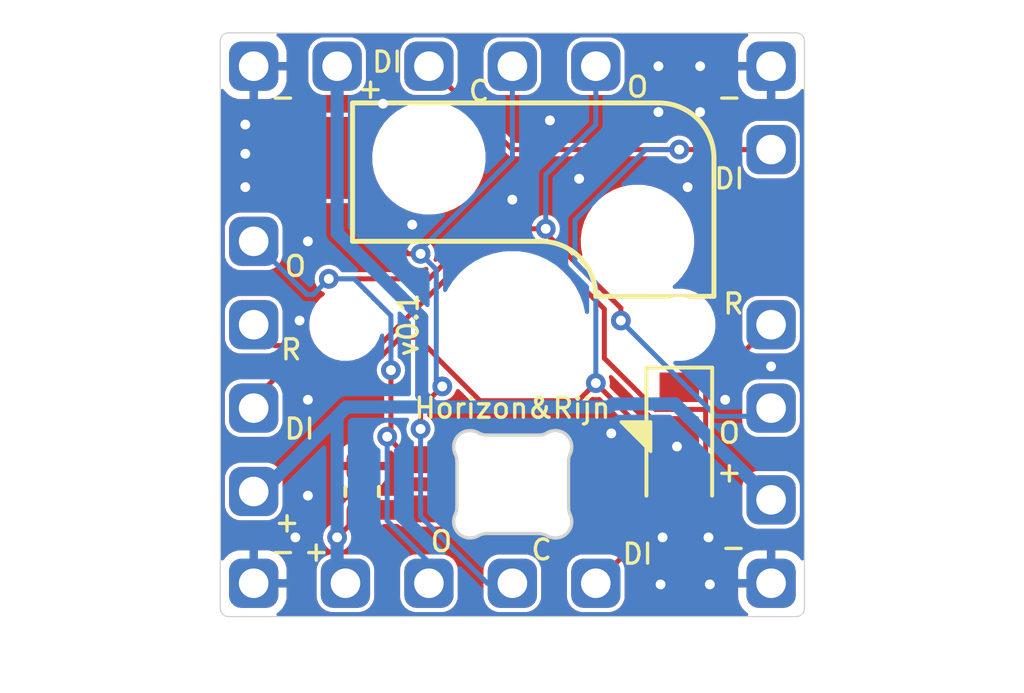
<source format=kicad_pcb>
(kicad_pcb (version 20211014) (generator pcbnew)
  (title_block (rev "1"))
  (layers (0 "F.Cu" signal "Front") (1 "In1.Cu" signal) (2 "In2.Cu" signal) (31 "B.Cu" signal "Back") (34 "B.Paste" user) (35 "F.Paste" user) (36 "B.SilkS" user "B.Silkscreen") (37 "F.SilkS" user "F.Silkscreen") (38 "B.Mask" user) (39 "F.Mask" user) (44 "Edge.Cuts" user))
  (net 0 "")
  (net 1 "VDD")
  (net 2 "VSS")
  (net 3 "Net-(D1-Pad1)")
  (net 4 "ROW")
  (net 5 "DOUT")
  (net 6 "DIN")
  (net 7 "COL")
  (footprint "Diode_SMD:D_SOD-123" (layer "F.Cu") (at 116.97 119.446 -90)
    (fp_text reference "D1")
    (fp_text value "1N4148")
    (fp_line (start -2.25 1) (end 1.65 1) (layer "F.SilkS") (width 0.12))
    (fp_line (start -2.25 -1) (end -2.25 1) (layer "F.SilkS") (width 0.12))
    (fp_line (start -2.25 -1) (end 1.65 -1) (layer "F.SilkS") (width 0.12))
    (pad "1" smd rect (at -1.65 0 270) (size 0.9 1.2) (layers "F.Cu" "F.Paste" "F.Mask") (net 3 "Net-(D1-Pad1)"))
    (pad "2" smd rect (at 1.65 0 270) (size 0.9 1.2) (layers "F.Cu" "F.Paste" "F.Mask") (net 4 "ROW"))
  )
  (footprint "modules:PinSocket_1x01_P2.00mm_Vertical" (layer "F.Cu") (at 106.81 123.764)
    (fp_text reference "J13")
    (fp_text value "Conn_01x01_Female")
    (pad "1" thru_hole roundrect (at 0 0) (size 1.5 1.5) (drill 0.9) (layers *.Cu *.Mask) (net 1 "VDD"))
  )
  (footprint "modules:PinSocket_1x01_P2.00mm_Vertical" (layer "F.Cu") (at 119.764 121.224)
    (fp_text reference "J14")
    (fp_text value "Conn_01x01_Female")
    (pad "1" thru_hole roundrect (at 0 0) (size 1.5 1.5) (drill 0.9) (layers *.Cu *.Mask) (net 1 "VDD"))
  )
  (footprint "modules:PinSocket_1x01_P2.00mm_Vertical" (layer "F.Cu") (at 104.016 120.97)
    (fp_text reference "J15")
    (fp_text value "Conn_01x01_Female")
    (pad "1" thru_hole roundrect (at 0 0) (size 1.5 1.5) (drill 0.9) (layers *.Cu *.Mask) (net 1 "VDD"))
  )
  (footprint "modules:PinSocket_1x01_P2.00mm_Vertical" (layer "F.Cu") (at 114.43 108.016)
    (fp_text reference "J10")
    (fp_text value "Conn_01x01_Female")
    (pad "1" thru_hole roundrect (at 0 0) (size 1.5 1.5) (drill 0.9) (layers *.Cu *.Mask) (net 5 "DOUT"))
  )
  (footprint "modules:PinSocket_1x01_P2.00mm_Vertical" (layer "F.Cu") (at 119.764 123.764)
    (fp_text reference "J20")
    (fp_text value "Conn_01x01_Female")
    (pad "1" thru_hole roundrect (at 0 0) (size 1.5 1.5) (drill 0.9) (layers *.Cu *.Mask) (net 2 "VSS"))
  )
  (footprint "modules:PinSocket_1x01_P2.00mm_Vertical" (layer "F.Cu") (at 119.764 108.016)
    (fp_text reference "J17")
    (fp_text value "Conn_01x01_Female")
    (pad "1" thru_hole roundrect (at 0 0) (size 1.5 1.5) (drill 0.9) (layers *.Cu *.Mask) (net 2 "VSS"))
  )
  (footprint "modules:PinSocket_1x01_P2.00mm_Vertical" (layer "F.Cu") (at 104.016 123.764)
    (fp_text reference "J19")
    (fp_text value "Conn_01x01_Female")
    (pad "1" thru_hole roundrect (at 0 0) (size 1.5 1.5) (drill 0.9) (layers *.Cu *.Mask) (net 2 "VSS"))
  )
  (footprint "modules:PinSocket_1x01_P2.00mm_Vertical" (layer "F.Cu") (at 109.35 108.016)
    (fp_text reference "J3")
    (fp_text value "Conn_01x01_Female")
    (pad "1" thru_hole roundrect (at 0 0) (size 1.5 1.5) (drill 0.9) (layers *.Cu *.Mask) (net 6 "DIN"))
  )
  (footprint "modules:Kailh_MX_Socket" (layer "F.Cu") (at 111.889997 115.889989)
    (fp_text reference "SW1" hide)
    (fp_text value "CPG151101S11" hide)
    (fp_line (start 0.865 -2.54) (end -4.865 -2.54) (layer "F.SilkS") (width 0.15))
    (fp_line (start -4.865 -6.75) (end -4.865 -2.54) (layer "F.SilkS") (width 0.15))
    (fp_line (start 6.135 -5.08) (end 6.135 -0.865) (layer "F.SilkS") (width 0.15))
    (fp_line (start 6.135 -0.865) (end 2.54 -0.865) (layer "F.SilkS") (width 0.15))
    (fp_line (start 4.46 -6.755) (end -4.865 -6.755) (layer "F.SilkS") (width 0.15))
    (fp_arc (start 0.865 -2.54) (mid 2.049404 -2.049404) (end 2.54 -0.865) (layer "F.SilkS") (width 0.15))
    (fp_arc (start 4.46 -6.755) (mid 5.644404 -6.264404) (end 6.135 -5.08) (layer "F.SilkS") (width 0.15))
    (pad "" np_thru_hole circle (at 0 0) (size 3.98018 3.98018) (drill 3.98018) (layers *.Cu *.Mask))
    (pad "" np_thru_hole circle (at 3.81 -2.54) (size 2.95 2.95) (drill 2.95) (layers *.Cu *.Mask))
    (pad "" np_thru_hole circle (at -2.54 -5.08) (size 2.95 2.95) (drill 2.95) (layers *.Cu *.Mask))
    (pad "" np_thru_hole circle (at 5.08 0) (size 1.7 1.7) (drill 1.7) (layers *.Cu *.Mask))
    (pad "" np_thru_hole circle (at -5.08 0) (size 1.7 1.7) (drill 1.7) (layers *.Cu *.Mask))
    (pad "1" smd rect (at 7.36 -2.54) (size 2.55 2.5) (layers "F.Cu" "F.Paste" "F.Mask") (net 3 "Net-(D1-Pad1)"))
    (pad "2" smd rect (at -6.09 -5.08) (size 2.55 2.5) (layers "F.Cu" "F.Paste" "F.Mask") (net 7 "COL"))
  )
  (footprint "Capacitor_SMD:C_0603_1608Metric" (layer "F.Cu") (at 107.318 120.97 90)
    (fp_text reference "C1")
    (fp_text value "0.1u")
    (fp_line (start -0.14058 0.51) (end 0.14058 0.51) (layer "F.SilkS") (width 0.12))
    (fp_line (start -0.14058 -0.51) (end 0.14058 -0.51) (layer "F.SilkS") (width 0.12))
    (pad "1" smd roundrect (at -0.775 0 90) (size 0.9 0.95) (layers "F.Cu" "F.Paste" "F.Mask") (net 1 "VDD"))
    (pad "2" smd roundrect (at 0.775 0 90) (size 0.9 0.95) (layers "F.Cu" "F.Paste" "F.Mask") (net 2 "VSS"))
  )
  (footprint "modules:PinSocket_1x01_P2.00mm_Vertical" (layer "F.Cu") (at 104.016 113.35)
    (fp_text reference "J12")
    (fp_text value "Conn_01x01_Female")
    (pad "1" thru_hole roundrect (at 0 0) (size 1.5 1.5) (drill 0.9) (layers *.Cu *.Mask) (net 5 "DOUT"))
  )
  (footprint "modules:PinSocket_1x01_P2.00mm_Vertical" (layer "F.Cu") (at 106.556 108.016)
    (fp_text reference "J16")
    (fp_text value "Conn_01x01_Female")
    (pad "1" thru_hole roundrect (at 0 0) (size 1.5 1.5) (drill 0.9) (layers *.Cu *.Mask) (net 1 "VDD"))
  )
  (footprint "modules:PinSocket_1x01_P2.00mm_Vertical" (layer "F.Cu") (at 104.016 108.016)
    (fp_text reference "J18")
    (fp_text value "Conn_01x01_Female")
    (pad "1" thru_hole roundrect (at 0 0) (size 1.5 1.5) (drill 0.9) (layers *.Cu *.Mask) (net 2 "VSS"))
  )
  (footprint "modules:PinSocket_1x01_P2.00mm_Vertical" (layer "F.Cu") (at 119.764 118.43)
    (fp_text reference "J11")
    (fp_text value "Conn_01x01_Female")
    (pad "1" thru_hole roundrect (at 0 0) (size 1.5 1.5) (drill 0.9) (layers *.Cu *.Mask) (net 5 "DOUT"))
  )
  (footprint "modules:PinSocket_1x01_P2.00mm_Vertical" (layer "F.Cu") (at 119.764 115.89)
    (fp_text reference "J8")
    (fp_text value "Conn_01x01_Female")
    (pad "1" thru_hole roundrect (at 0 0) (size 1.5 1.5) (drill 0.9) (layers *.Cu *.Mask) (net 4 "ROW"))
  )
  (footprint "modules:PinSocket_1x01_P2.00mm_Vertical" (layer "F.Cu") (at 104.016 115.89)
    (fp_text reference "J7")
    (fp_text value "Conn_01x01_Female")
    (pad "1" thru_hole roundrect (at 0 0) (size 1.5 1.5) (drill 0.9) (layers *.Cu *.Mask) (net 4 "ROW"))
  )
  (footprint "modules:PinSocket_1x01_P2.00mm_Vertical" (layer "F.Cu") (at 109.35 123.764)
    (fp_text reference "J9")
    (fp_text value "Conn_01x01_Female")
    (pad "1" thru_hole roundrect (at 0 0) (size 1.5 1.5) (drill 0.9) (layers *.Cu *.Mask) (net 5 "DOUT"))
  )
  (footprint "modules:PinSocket_1x01_P2.00mm_Vertical" (layer "F.Cu") (at 111.89 108.016)
    (fp_text reference "J1")
    (fp_text value "Conn_01x01_Female")
    (pad "1" thru_hole roundrect (at 0 0) (size 1.5 1.5) (drill 0.9) (layers *.Cu *.Mask) (net 7 "COL"))
  )
  (footprint "modules:PinSocket_1x01_P2.00mm_Vertical" (layer "F.Cu") (at 114.43 123.764)
    (fp_text reference "J4")
    (fp_text value "Conn_01x01_Female")
    (pad "1" thru_hole roundrect (at 0 0) (size 1.5 1.5) (drill 0.9) (layers *.Cu *.Mask) (net 6 "DIN"))
  )
  (footprint "modules:PinSocket_1x01_P2.00mm_Vertical" (layer "F.Cu") (at 119.764 110.556)
    (fp_text reference "J6")
    (fp_text value "Conn_01x01_Female")
    (pad "1" thru_hole roundrect (at 0 0) (size 1.5 1.5) (drill 0.9) (layers *.Cu *.Mask) (net 6 "DIN"))
  )
  (footprint "modules:PinSocket_1x01_P2.00mm_Vertical" (layer "F.Cu") (at 111.89 123.764)
    (fp_text reference "J2")
    (fp_text value "Conn_01x01_Female")
    (pad "1" thru_hole roundrect (at 0 0) (size 1.5 1.5) (drill 0.9) (layers *.Cu *.Mask) (net 7 "COL"))
  )
  (footprint "modules:PinSocket_1x01_P2.00mm_Vertical" (layer "F.Cu") (at 104.016 118.43)
    (fp_text reference "J5")
    (fp_text value "Conn_01x01_Female")
    (pad "1" thru_hole roundrect (at 0 0) (size 1.5 1.5) (drill 0.9) (layers *.Cu *.Mask) (net 6 "DIN"))
  )
  (footprint "modules:MX_SK6812MINI-E_REV" (layer "B.Cu") (at 111.9 115.67 180)
    (fp_text reference "D2" hide)
    (fp_text value "SK6812MINI-E")
    (fp_poly (pts (xy -4.2 -4.08) (xy -3.3 -3.18) (xy -4.2 -3.18)) (layer "F.SilkS") (width 0.1) (fill solid))
    (fp_line (start -1.699999 -5.782842) (end -1.699999 -4.377158) (layer "Edge.Cuts") (width 0.1))
    (fp_line (start -0.794452 -3.58) (end 0.794452 -3.58) (layer "Edge.Cuts") (width 0.1))
    (fp_line (start 0.794452 -6.579999) (end -0.794453 -6.579999) (layer "Edge.Cuts") (width 0.1))
    (fp_line (start 1.699999 -4.377158) (end 1.699999 -5.782842) (layer "Edge.Cuts") (width 0.1))
    (fp_arc (start 1.749484 -4.16028) (mid 1.638072 -3.575963) (end 1.046711 -3.511703) (layer "Edge.Cuts") (width 0.1))
    (fp_arc (start -1.699999 -4.377158) (mid -1.712527 -4.265932) (end -1.749484 -4.16028) (layer "Edge.Cuts") (width 0.1))
    (fp_arc (start 1.046711 -6.648299) (mid 1.638071 -6.584036) (end 1.749484 -5.99972) (layer "Edge.Cuts") (width 0.1))
    (fp_arc (start 1.749484 -4.16028) (mid 1.712532 -4.265932) (end 1.699999 -4.377157) (layer "Edge.Cuts") (width 0.1))
    (fp_arc (start -1.749484 -5.99972) (mid -1.712527 -5.894068) (end -1.699999 -5.782843) (layer "Edge.Cuts") (width 0.1))
    (fp_arc (start -1.046711 -3.511701) (mid -1.638072 -3.575965) (end -1.749484 -4.160281) (layer "Edge.Cuts") (width 0.1))
    (fp_arc (start 0.794452 -3.58) (mid 0.925122 -3.562623) (end 1.04671 -3.511701) (layer "Edge.Cuts") (width 0.1))
    (fp_arc (start -0.794453 -6.579999) (mid -0.925123 -6.597376) (end -1.046711 -6.648298) (layer "Edge.Cuts") (width 0.1))
    (fp_arc (start -1.046711 -3.511701) (mid -0.925123 -3.562623) (end -0.794452 -3.58) (layer "Edge.Cuts") (width 0.1))
    (fp_arc (start 1.046711 -6.648299) (mid 0.925123 -6.597377) (end 0.794453 -6.58) (layer "Edge.Cuts") (width 0.1))
    (fp_arc (start -1.749484 -5.99972) (mid -1.638071 -6.584034) (end -1.046711 -6.648298) (layer "Edge.Cuts") (width 0.1))
    (fp_arc (start 1.699999 -5.782842) (mid 1.712536 -5.894066) (end 1.749484 -5.99972) (layer "Edge.Cuts") (width 0.1))
    (pad "1" smd roundrect (at 2.6 -5.83 90) (size 0.82 1.6) (layers "F.Cu" "F.Paste" "F.Mask") (roundrect_rratio 0.1) (net 1 "VDD"))
    (pad "2" smd roundrect (at 2.6 -4.33 90) (size 0.82 1.6) (layers "F.Cu" "F.Paste" "F.Mask") (roundrect_rratio 0.1) (net 5 "DOUT"))
    (pad "3" smd roundrect (at -2.6 -4.33 90) (size 0.82 1.6) (layers "F.Cu" "F.Paste" "F.Mask") (roundrect_rratio 0.1) (net 2 "VSS"))
    (pad "4" smd roundrect (at -2.6 -5.83 90) (size 0.82 1.6) (layers "F.Cu" "F.Paste" "F.Mask") (roundrect_rratio 0.1) (net 6 "DIN"))
  )
  (gr_line (start 120.78 124.526) (end 120.780011 107.254) (layer "Edge.Cuts") (width 0.0381))
  (gr_line (start 120.526 106.999989) (end 103.254 107) (layer "Edge.Cuts") (width 0.0381))
  (gr_arc (start 103.254 124.78) (mid 103.074387 124.705602) (end 102.999989 124.525989) (layer "Edge.Cuts") (width 0.0381))
  (gr_arc (start 102.999989 107.254011) (mid 103.074387 107.074398) (end 103.254 107) (layer "Edge.Cuts") (width 0.0381))
  (gr_arc (start 120.78 124.526) (mid 120.705602 124.705613) (end 120.525989 124.780011) (layer "Edge.Cuts") (width 0.0381))
  (gr_line (start 102.999989 107.254011) (end 102.999989 124.525989) (layer "Edge.Cuts") (width 0.0381))
  (gr_line (start 103.254 124.78) (end 120.525989 124.780011) (layer "Edge.Cuts") (width 0.0381))
  (gr_arc (start 120.526 106.999989) (mid 120.705613 107.074387) (end 120.780011 107.254) (layer "Edge.Cuts") (width 0.0381))
  (gr_text "-" (at 104.904997 122.874989 180) (layer "F.SilkS") (effects (font (size 0.6096 0.6096) (thickness 0.1016))))
  (gr_text "R" (at 105.158997 116.652) (layer "F.SilkS") (effects (font (size 0.6096 0.6096) (thickness 0.1016))))
  (gr_text "v0.1" (at 108.715 115.89 90) (layer "F.SilkS") (effects (font (size 0.6096 0.6096) (thickness 0.1016))))
  (gr_text "-" (at 118.494 109.032 180) (layer "F.SilkS") (effects (font (size 0.6096 0.6096) (thickness 0.1016))))
  (gr_text "R" (at 118.621 115.255) (layer "F.SilkS") (effects (font (size 0.6096 0.6096) (thickness 0.1016))))
  (gr_text "O" (at 118.494 119.192) (layer "F.SilkS") (effects (font (size 0.6096 0.6096) (thickness 0.1016))))
  (gr_text "O" (at 105.286 114.112) (layer "F.SilkS") (effects (font (size 0.6096 0.6096) (thickness 0.1016))))
  (gr_text "C" (at 110.873997 108.777989) (layer "F.SilkS") (effects (font (size 0.6096 0.6096) (thickness 0.1016))))
  (gr_text "DI" (at 115.7 122.874989) (layer "F.SilkS") (effects (font (size 0.6096 0.6096) (thickness 0.1016))))
  (gr_text "O" (at 109.731 122.494) (layer "F.SilkS") (effects (font (size 0.6096 0.6096) (thickness 0.1016))))
  (gr_text "DI" (at 108.08 107.889) (layer "F.SilkS") (effects (font (size 0.6096 0.6096) (thickness 0.1016))))
  (gr_text "+" (at 118.494 120.462 180) (layer "F.SilkS") (effects (font (size 0.6096 0.6096) (thickness 0.1016))))
  (gr_text "C" (at 112.779 122.748) (layer "F.SilkS") (effects (font (size 0.6096 0.6096) (thickness 0.1016))))
  (gr_text "-" (at 118.621 122.748 180) (layer "F.SilkS") (effects (font (size 0.6096 0.6096) (thickness 0.1016))))
  (gr_text "+" (at 105.921 122.875 180) (layer "F.SilkS") (effects (font (size 0.6096 0.6096) (thickness 0.1016))))
  (gr_text "+" (at 107.572 108.778 180) (layer "F.SilkS") (effects (font (size 0.6096 0.6096) (thickness 0.1016))))
  (gr_text "-" (at 104.905 109.032 180) (layer "F.SilkS") (effects (font (size 0.6096 0.6096) (thickness 0.1016))))
  (gr_text "O" (at 115.7 108.651) (layer "F.SilkS") (effects (font (size 0.6096 0.6096) (thickness 0.1016))))
  (gr_text "DI" (at 105.413 119.065) (layer "F.SilkS") (effects (font (size 0.6096 0.6096) (thickness 0.1016))))
  (gr_text "+" (at 105.032 121.986 180) (layer "F.SilkS") (effects (font (size 0.6096 0.6096) (thickness 0.1016))))
  (gr_text "Horizon&Rijn" (at 111.889997 118.429989) (layer "F.SilkS") (effects (font (size 0.6096 0.6096) (thickness 0.1016))))
  (gr_text "DI" (at 118.494 111.445) (layer "F.SilkS") (effects (font (size 0.6096 0.6096) (thickness 0.1016))))
  (segment (start 107.178 121.745) (end 106.556 122.367) (width 0.1524) (layer "F.Cu") (net 1))
  (segment (start 107.533 121.53) (end 109.3 121.53) (width 0.6) (layer "F.Cu") (net 1))
  (segment (start 109.35 121.526) (end 109.29 121.466) (width 0.1524) (layer "F.Cu") (net 1))
  (segment (start 107.318 121.745) (end 107.178 121.745) (width 0.1524) (layer "F.Cu") (net 1))
  (segment (start 107.318 121.745) (end 107.533 121.53) (width 0.6) (layer "F.Cu") (net 1))
  (via (at 106.556 122.367) (size 0.6) (drill 0.3) (layers "F.Cu" "B.Cu") (net 1))
  (segment (start 106.556 113.096) (end 109.130026 115.670026) (width 0.4) (layer "B.Cu") (net 1))
  (segment (start 109.497027 118.395974) (end 109.696974 118.395974) (width 0.4) (layer "B.Cu") (net 1))
  (segment (start 106.556 122.367) (end 106.556 118.684) (width 0.4) (layer "B.Cu") (net 1))
  (segment (start 114.938 118.303) (end 116.843 118.303) (width 0.4) (layer "B.Cu") (net 1))
  (segment (start 106.844026 118.395974) (end 109.696974 118.395974) (width 0.4) (layer "B.Cu") (net 1))
  (segment (start 106.556 123.764) (end 106.556 122.367) (width 0.4) (layer "B.Cu") (net 1))
  (segment (start 116.843 118.303) (end 119.764 121.224) (width 0.4) (layer "B.Cu") (net 1))
  (segment (start 106.556 118.684) (end 106.81 118.43) (width 0.4) (layer "B.Cu") (net 1))
  (segment (start 114.845026 118.395974) (end 114.938 118.303) (width 0.4) (layer "B.Cu") (net 1))
  (segment (start 106.81 118.43) (end 106.844026 118.395974) (width 0.4) (layer "B.Cu") (net 1))
  (segment (start 104.016 121.224) (end 106.81 118.43) (width 0.4) (layer "B.Cu") (net 1))
  (segment (start 109.130026 115.670026) (end 109.130026 118.028973) (width 0.4) (layer "B.Cu") (net 1))
  (segment (start 109.696974 118.395974) (end 114.845026 118.395974) (width 0.4) (layer "B.Cu") (net 1))
  (segment (start 106.556 108.016) (end 106.556 113.096) (width 0.4) (layer "B.Cu") (net 1))
  (segment (start 109.130026 118.028973) (end 109.497027 118.395974) (width 0.4) (layer "B.Cu") (net 1))
  (segment (start 114.43 119.906) (end 114.49 119.966) (width 0.1524) (layer "F.Cu") (net 2))
  (via (at 108.842 112.842) (size 0.6) (drill 0.3) (layers "F.Cu" "B.Cu") (net 2))
  (via (at 117.605 109.413) (size 0.6) (drill 0.3) (layers "F.Cu" "B.Cu") (net 2))
  (via (at 103.762 110.683) (size 0.6) (drill 0.3) (layers "F.Cu" "B.Cu") (net 2))
  (via (at 105.667 118.176) (size 0.6) (drill 0.3) (layers "F.Cu" "B.Cu") (net 2))
  (via (at 117.859 122.367) (size 0.6) (drill 0.3) (layers "F.Cu" "B.Cu") (net 2))
  (via (at 117.9 123.8) (size 0.6) (drill 0.3) (layers "F.Cu" "B.Cu") (net 2))
  (via (at 113.922 111.445) (size 0.6) (drill 0.3) (layers "F.Cu" "B.Cu") (net 2))
  (via (at 105.413 115.763) (size 0.6) (drill 0.3) (layers "F.Cu" "B.Cu") (net 2))
  (via (at 116.335 108.016) (size 0.6) (drill 0.3) (layers "F.Cu" "B.Cu") (net 2))
  (via (at 107.953 109.159) (size 0.6) (drill 0.3) (layers "F.Cu" "B.Cu") (net 2))
  (via (at 119.764 117.16) (size 0.6) (drill 0.3) (layers "F.Cu" "B.Cu") (net 2))
  (via (at 114.9 119.2) (size 0.6) (drill 0.3) (layers "F.Cu" "B.Cu") (net 2))
  (via (at 103.762 111.699) (size 0.6) (drill 0.3) (layers "F.Cu" "B.Cu") (net 2))
  (via (at 105.667 113.35) (size 0.6) (drill 0.3) (layers "F.Cu" "B.Cu") (net 2))
  (via (at 116.335 109.413) (size 0.6) (drill 0.3) (layers "F.Cu" "B.Cu") (net 2))
  (via (at 113.033 109.667) (size 0.6) (drill 0.3) (layers "F.Cu" "B.Cu") (net 2))
  (via (at 111.89 112.08) (size 0.6) (drill 0.3) (layers "F.Cu" "B.Cu") (net 2))
  (via (at 105.286 122.367) (size 0.6) (drill 0.3) (layers "F.Cu" "B.Cu") (net 2))
  (via (at 103.762 109.794) (size 0.6) (drill 0.3) (layers "F.Cu" "B.Cu") (net 2))
  (via (at 118.367 118.176) (size 0.6) (drill 0.3) (layers "F.Cu" "B.Cu") (net 2))
  (via (at 105.667 121.097) (size 0.6) (drill 0.3) (layers "F.Cu" "B.Cu") (net 2))
  (via (at 116.9 119.6) (size 0.6) (drill 0.3) (layers "F.Cu" "B.Cu") (net 2))
  (via (at 117.224 111.699) (size 0.6) (drill 0.3) (layers "F.Cu" "B.Cu") (net 2))
  (via (at 116.4 123.8) (size 0.6) (drill 0.3) (layers "F.Cu" "B.Cu") (net 2))
  (via (at 117.605 108.016) (size 0.6) (drill 0.3) (layers "F.Cu" "B.Cu") (net 2))
  (via (at 116.462 122.367) (size 0.6) (drill 0.3) (layers "F.Cu" "B.Cu") (net 2))
  (segment (start 119.249997 113.349989) (end 118.144518 114.455468) (width 0.15) (layer "F.Cu") (net 3))
  (segment (start 118.144518 114.455468) (end 118.144518 116.621482) (width 0.15) (layer "F.Cu") (net 3))
  (segment (start 118.144518 116.621482) (end 116.97 117.796) (width 0.15) (layer "F.Cu") (net 3))
  (segment (start 117.772711 120.293289) (end 117.772711 118.470711) (width 0.1524) (layer "F.Cu") (net 4))
  (segment (start 106.322996 117.06571) (end 107.296998 117.06571) (width 0.1524) (layer "F.Cu") (net 4))
  (segment (start 105.782286 116.525) (end 106.322996 117.06571) (width 0.1524) (layer "F.Cu") (net 4))
  (segment (start 110.78853 113.574178) (end 112.849238 113.574178) (width 0.1524) (layer "F.Cu") (net 4))
  (segment (start 104.651 116.525) (end 105.782286 116.525) (width 0.1524) (layer "F.Cu") (net 4))
  (segment (start 116.248711 118.470711) (end 117.772711 118.470711) (width 0.1524) (layer "F.Cu") (net 4))
  (segment (start 114.689289 115.414229) (end 114.689289 116.911289) (width 0.1524) (layer "F.Cu") (net 4))
  (segment (start 116.97 121.096) (end 117.772711 120.293289) (width 0.1524) (layer "F.Cu") (net 4))
  (segment (start 112.849238 113.574178) (end 114.689289 115.414229) (width 0.1524) (layer "F.Cu") (net 4))
  (segment (start 107.296998 117.06571) (end 110.78853 113.574178) (width 0.1524) (layer "F.Cu") (net 4))
  (segment (start 117.772711 118.470711) (end 117.772711 117.881289) (width 0.1524) (layer "F.Cu") (net 4))
  (segment (start 104.016 115.89) (end 104.651 116.525) (width 0.1524) (layer "F.Cu") (net 4))
  (segment (start 117.772711 117.881289) (end 119.764 115.89) (width 0.1524) (layer "F.Cu") (net 4))
  (segment (start 114.689289 116.911289) (end 116.248711 118.470711) (width 0.1524) (layer "F.Cu") (net 4))
  (segment (start 114.96071 115.15071) (end 115.192 115.382) (width 0.1524) (layer "F.Cu") (net 5))
  (segment (start 108.194043 119.185957) (end 108.194043 117.274043) (width 0.1524) (layer "F.Cu") (net 5))
  (segment (start 112.906 112.969) (end 112.906 113.096) (width 0.1524) (layer "F.Cu") (net 5))
  (segment (start 115.192 115.774714) (end 115.192 115.763) (width 0.1524) (layer "F.Cu") (net 5))
  (segment (start 110.874 112.969) (end 112.906 112.969) (width 0.1524) (layer "F.Cu") (net 5))
  (segment (start 108.08 119.3) (end 108.81 120.03) (width 0.1524) (layer "F.Cu") (net 5))
  (segment (start 114.954113 115.15071) (end 114.96071 115.15071) (width 0.1524) (layer "F.Cu") (net 5))
  (segment (start 112.906 113.096) (end 113.899276 114.089276) (width 0.1524) (layer "F.Cu") (net 5))
  (segment (start 113.899276 114.089276) (end 113.899276 114.095873) (width 0.1524) (layer "F.Cu") (net 5))
  (segment (start 108.08 119.3) (end 108.194043 119.185957) (width 0.1524) (layer "F.Cu") (net 5))
  (segment (start 113.899276 114.095873) (end 114.954113 115.15071) (width 0.1524) (layer "F.Cu") (net 5))
  (segment (start 108.81 120.03) (end 109.3 120.03) (width 0.1524) (layer "F.Cu") (net 5))
  (segment (start 109.35 114.493) (end 110.874 112.969) (width 0.1524) (layer "F.Cu") (net 5))
  (segment (start 106.302 114.493) (end 109.35 114.493) (width 0.1524) (layer "F.Cu") (net 5))
  (segment (start 115.192 115.382) (end 115.192 115.774714) (width 0.1524) (layer "F.Cu") (net 5))
  (via (at 115.192 115.763) (size 0.6) (drill 0.3) (layers "F.Cu" "B.Cu") (net 5))
  (via (at 108.194043 117.274043) (size 0.6) (drill 0.3) (layers "F.Cu" "B.Cu") (net 5))
  (via (at 108.08 119.3) (size 0.6) (drill 0.3) (layers "F.Cu" "B.Cu") (net 5))
  (via (at 112.906 112.969) (size 0.6) (drill 0.3) (layers "F.Cu" "B.Cu") (net 5))
  (via (at 106.302 114.493) (size 0.6) (drill 0.3) (layers "F.Cu" "B.Cu") (net 5))
  (segment (start 109.35 123.129) (end 109.35 123.764) (width 0.1524) (layer "B.Cu") (net 5))
  (segment (start 112.906 111.318) (end 114.43 109.794) (width 0.1524) (layer "B.Cu") (net 5))
  (segment (start 105.826724 114.968276) (end 105.634276 114.968276) (width 0.1524) (layer "B.Cu") (net 5))
  (segment (start 108.08 121.859) (end 109.35 123.129) (width 0.1524) (layer "B.Cu") (net 5))
  (segment (start 106.302 114.493) (end 107.07573 114.493) (width 0.1524) (layer "B.Cu") (net 5))
  (segment (start 108.08 119.3) (end 108.08 121.859) (width 0.1524) (layer "B.Cu") (net 5))
  (segment (start 118.095997 118.678711) (end 119.515289 118.678711) (width 0.1524) (layer "B.Cu") (net 5))
  (segment (start 106.302 114.493) (end 105.826724 114.968276) (width 0.1524) (layer "B.Cu") (net 5))
  (segment (start 108.194043 115.611313) (end 108.194043 117.274043) (width 0.1524) (layer "B.Cu") (net 5))
  (segment (start 119.515289 118.678711) (end 119.764 118.43) (width 0.1524) (layer "B.Cu") (net 5))
  (segment (start 115.192 115.774714) (end 118.095997 118.678711) (width 0.1524) (layer "B.Cu") (net 5))
  (segment (start 112.906 112.969) (end 112.906 111.318) (width 0.1524) (layer "B.Cu") (net 5))
  (segment (start 105.634276 114.968276) (end 104.016 113.35) (width 0.1524) (layer "B.Cu") (net 5))
  (segment (start 107.07573 114.493) (end 108.194043 115.611313) (width 0.1524) (layer "B.Cu") (net 5))
  (segment (start 114.43 109.794) (end 114.43 108.016) (width 0.1524) (layer "B.Cu") (net 5))
  (segment (start 115.192 115.763) (end 115.192 115.774714) (width 0.1524) (layer "B.Cu") (net 5))
  (segment (start 119.764 110.556) (end 116.97 110.556) (width 0.1524) (layer "F.Cu") (net 6))
  (segment (start 115.9 120.4) (end 115.9 121.53) (width 0.1524) (layer "F.Cu") (net 6))
  (segment (start 109.574226 116.849254) (end 109.574226 116.876226) (width 0.1524) (layer "F.Cu") (net 6))
  (segment (start 108.48616 116.271) (end 108.995972 116.271) (width 0.1524) (layer "F.Cu") (net 6))
  (segment (start 115.9 122.294) (end 114.43 123.764) (width 0.1524) (layer "F.Cu") (net 6))
  (segment (start 113.8922 118.2058) (end 114.43 117.668) (width 0.1524) (layer "F.Cu") (net 6))
  (segment (start 106.207464 117.34463) (end 107.41253 117.34463) (width 0.1524) (layer "F.Cu") (net 6))
  (segment (start 111.89 110.556) (end 116.97 110.556) (width 0.1524) (layer "F.Cu") (net 6))
  (segment (start 104.016 118.176) (end 104.905 117.287) (width 0.1524) (layer "F.Cu") (net 6))
  (segment (start 110.9038 118.2058) (end 113.8922 118.2058) (width 0.1524) (layer "F.Cu") (net 6))
  (segment (start 115.9 119.138) (end 115.9 120.4) (width 0.1524) (layer "F.Cu") (net 6))
  (segment (start 115.9 120.4) (end 115.9 122.294) (width 0.1524) (layer "F.Cu") (net 6))
  (segment (start 106.149834 117.287) (end 106.207464 117.34463) (width 0.1524) (layer "F.Cu") (net 6))
  (segment (start 114.43 117.668) (end 115.9 119.138) (width 0.1524) (layer "F.Cu") (net 6))
  (segment (start 109.35 108.016) (end 111.89 110.556) (width 0.1524) (layer "F.Cu") (net 6))
  (segment (start 109.574226 116.876226) (end 110.9038 118.2058) (width 0.1524) (layer "F.Cu") (net 6))
  (segment (start 107.41253 117.34463) (end 108.48616 116.271) (width 0.1524) (layer "F.Cu") (net 6))
  (segment (start 104.905 117.287) (end 106.149834 117.287) (width 0.1524) (layer "F.Cu") (net 6))
  (segment (start 104.016 118.43) (end 104.016 118.176) (width 0.1524) (layer "F.Cu") (net 6))
  (segment (start 115.9 121.53) (end 114.5 121.53) (width 0.1524) (layer "F.Cu") (net 6))
  (segment (start 108.995972 116.271) (end 109.574226 116.849254) (width 0.1524) (layer "F.Cu") (net 6))
  (via (at 116.97 110.556) (size 0.6) (drill 0.3) (layers "F.Cu" "B.Cu") (net 6))
  (via (at 114.43 117.668) (size 0.6) (drill 0.3) (layers "F.Cu" "B.Cu") (net 6))
  (segment (start 113.795 113.991597) (end 113.795 112.708381) (width 0.1524) (layer "B.Cu") (net 6))
  (segment (start 114.43 117.668) (end 114.43 114.626597) (width 0.1524) (layer "B.Cu") (net 6))
  (segment (start 113.795 112.708381) (end 115.947381 110.556) (width 0.1524) (layer "B.Cu") (net 6))
  (segment (start 115.947381 110.556) (end 116.97 110.556) (width 0.1524) (layer "B.Cu") (net 6))
  (segment (start 114.43 114.626597) (end 113.795 113.991597) (width 0.1524) (layer "B.Cu") (net 6))
  (segment (start 109.756537 117.769463) (end 109.096 118.43) (width 0.1524) (layer "F.Cu") (net 7))
  (segment (start 108.721008 113.731) (end 105.799997 110.809989) (width 0.1524) (layer "F.Cu") (net 7))
  (segment (start 109.096 113.731) (end 108.721008 113.731) (width 0.1524) (layer "F.Cu") (net 7))
  (segment (start 109.096 118.43) (end 109.096 119.065) (width 0.1524) (layer "F.Cu") (net 7))
  (via (at 109.756537 117.769463) (size 0.6) (drill 0.3) (layers "F.Cu" "B.Cu") (net 7))
  (via (at 109.096 113.731) (size 0.6) (drill 0.3) (layers "F.Cu" "B.Cu") (net 7))
  (via (at 109.096 119.065) (size 0.6) (drill 0.3) (layers "F.Cu" "B.Cu") (net 7))
  (segment (start 109.574186 114.209186) (end 109.574186 117.587112) (width 0.1524) (layer "B.Cu") (net 7))
  (segment (start 109.096 121.732) (end 111.128 123.764) (width 0.1524) (layer "B.Cu") (net 7))
  (segment (start 109.096 113.610591) (end 111.89 110.816591) (width 0.1524) (layer "B.Cu") (net 7))
  (segment (start 111.128 123.764) (end 111.89 123.764) (width 0.1524) (layer "B.Cu") (net 7))
  (segment (start 109.096 113.731) (end 109.574186 114.209186) (width 0.1524) (layer "B.Cu") (net 7))
  (segment (start 111.89 110.816591) (end 111.89 108.016) (width 0.1524) (layer "B.Cu") (net 7))
  (segment (start 109.096 121.732) (end 109.096 119.065) (width 0.1524) (layer "B.Cu") (net 7))
  (segment (start 109.096 113.731) (end 109.096 113.610591) (width 0.1524) (layer "B.Cu") (net 7))
  (segment (start 109.574186 117.587112) (end 109.756537 117.769463) (width 0.1524) (layer "B.Cu") (net 7))
  (zone (net 2) (net_name "VSS") (layers F&B.Cu) (connect_pads (clearance 0)) (min_thickness 0.127) (fill yes (thermal_gap 0.254) (thermal_bridge_width 0.254))
    (polygon (pts (xy 120.78 124.78) (xy 103 124.78) (xy 103 106) (xy 120.78 106)))
  )
)
</source>
